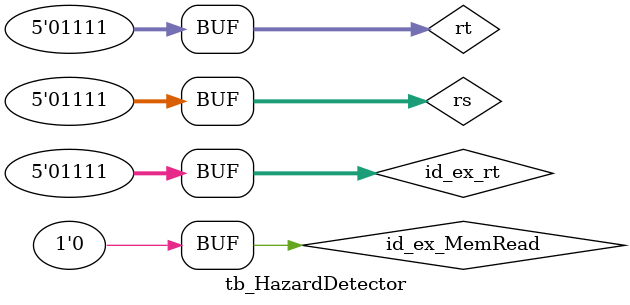
<source format=v>
`timescale 1ns / 1ps


module tb_HazardDetector();

    reg [4:0] rs;
    reg [4:0] rt;
    reg [4:0] id_ex_rt;
    reg id_ex_MemRead;
    wire PCWrite;
    wire if_id_write;
    wire control_mux;

    initial begin
        //testing MemRead == 0
        id_ex_MemRead = 0;
        rs = 0;
        rt = 0;
        id_ex_rt = 0;
        
        //testing all posibilities

        //all register diferent
        #20
        id_ex_MemRead = 1;
        rs = 1;
        rt = 2;
        id_ex_rt = 3;

        //rs == id_ex_rt
        #20
        id_ex_MemRead = 1;
        rs = 10;
        rt = 2;
        id_ex_rt = 10;

        //rt == id_ex_rt
        #20
        id_ex_MemRead = 1;
        rs = 10;
        rt = 25;
        id_ex_rt = 25;

        //rs == rt == id_ex_rt
        #20
        id_ex_MemRead = 1;
        rs = 15;
        rt = 15;
        id_ex_rt = 15;

        //rs == rt == id_ex_rt and MemRead == 0
        #20
        id_ex_MemRead = 0;
        rs = 15;
        rt = 15;
        id_ex_rt = 15;
    end

    HazardDetector hazard_detector_u(
        .i_instruction_rs(rs),
        .i_instruction_rt(rt),
        .i_id_ex_rt(id_ex_rt),
        .i_id_ex_MemRead(id_ex_MemRead),
        .o_PCWrite(PCWrite),
        .o_if_id_write(if_id_write),
        .o_control_mux(control_mux)
    );


endmodule

</source>
